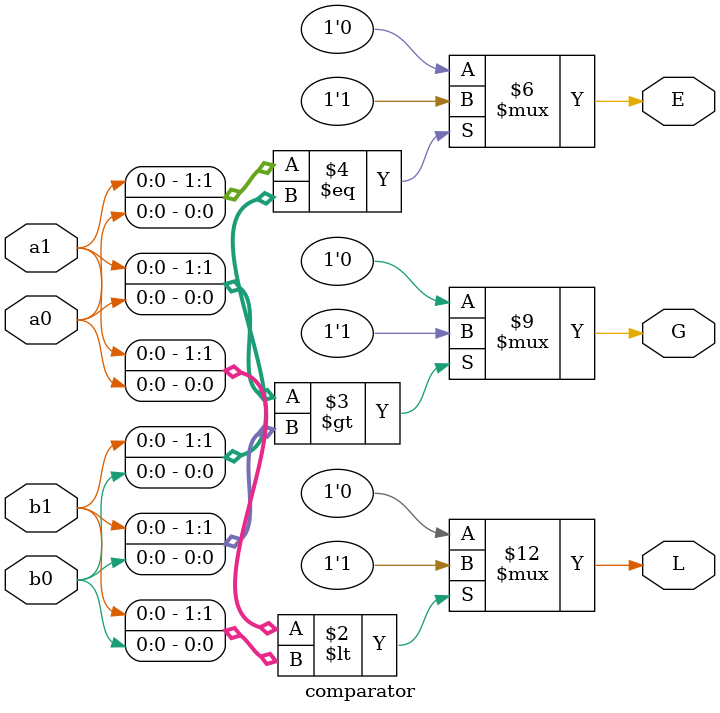
<source format=v>
module comparator (a0,a1,b0,b1,G,E,L);
input a0,a1,b0,b1;
output G,E,L;
reg G,E,L;
always@(a0 or a1 or b0 or b1)
 begin
 if ({a1,a0}<{b1,b0})
	L<= 1;
else 
	L<= 0;

 if ({a1,a0}>{b1,b0})
	G<= 1;
else
	G<= 0;

 if ({a1,a0} == {b1,b0})
	E<=1;
else 
	E<=0;
 end
 endmodule 
</source>
